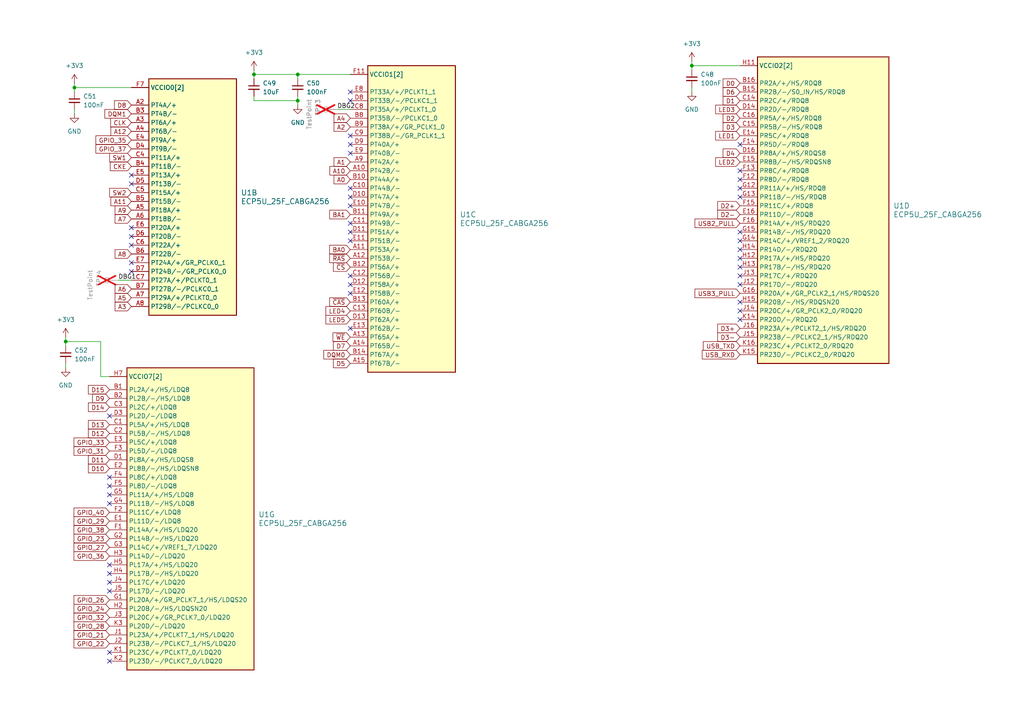
<source format=kicad_sch>
(kicad_sch (version 20250114) (generator "eeschema") (generator_version "9.0")
  (paper "A4")
  (title_block (title "Icepi zero") (date "2025-06-11") (rev "v1.1") (company "Chengyin Yao (cheyao)") (comment 1 "https://github.com/cheyao/icepi-zero") (comment 9 "OSHWA FR000026"))
  (lib_symbols
    (symbol "Connector:TestPoint" (pin_numbers (hide yes)) (pin_names (offset 0.762) (hide yes))
      (property "Reference" "TP" (at 0 6.858 0))
      (property "Value" "TestPoint" (at 0 5.08 0))
      (symbol "TestPoint_0_1"
        (circle (center 0 3.302) (radius 0.762))
      )
      (symbol "TestPoint_1_1"
        (pin passive line (at 0 0 90) (length 2.54) (name "1") (number "1"))
      )
    )
    (symbol "Device:C_Small" (pin_numbers (hide yes)) (pin_names (offset 0.254) (hide yes))
      (property "Reference" "C" (at 0.254 1.778 0))
      (property "Value" "C_Small" (at 0.254 -2.032 0))
      (symbol "C_Small_0_1"
        (polyline (pts (xy -1.524 0.508) (xy 1.524 0.508)) (stroke (width 0.3048)))
        (polyline (pts (xy -1.524 -0.508) (xy 1.524 -0.508)) (stroke (width 0.3302)))
      )
      (symbol "C_Small_1_1"
        (pin passive line (at 0 2.54 270) (length 2.032) (name "~") (number "1"))
        (pin passive line (at 0 -2.54 90) (length 2.032) (name "~") (number "2"))
      )
    )
    (symbol "josh:ECP5U_12_CABGA256"
      (property "Reference" "U" (at -15.24 45.72 0))
      (property "Value" "ECP5U_12_CABGA256" (at 7.62 43.18 0))
      (symbol "ECP5U_12_CABGA256_1_1"
        (rectangle (start -7.62 7.62) (end 6.35 -7.62) (stroke (width 0.001)) (fill (type background)))
        (pin power_in line (at -12.7 5.08 0) (length 5.08) (name "VCC[6]") (number "G6"))
        (pin power_in line (at -12.7 5.08 0) (length 5.08) (name "VCC[6]") (number "G7"))
        (pin power_in line (at -12.7 5.08 0) (length 5.08) (name "VCC[6]") (number "G9"))
        (pin power_in line (at -12.7 5.08 0) (length 5.08) (name "VCC[6]") (number "L10"))
        (pin power_in line (at -12.7 5.08 0) (length 5.08) (name "VCC[6]") (number "L8"))
        (pin power_in line (at -12.7 5.08 0) (length 5.08) (name "VCC[6]") (number "L9"))
        (pin power_in line (at -12.7 2.54 0) (length 5.08) (name "VCCAUX[2]") (number "G11"))
        (pin power_in line (at -12.7 2.54 0) (length 5.08) (name "VCCAUX[2]") (number "L7"))
        (pin power_in line (at -12.7 -5.08 0) (length 5.08) (name "GND[27]") (number "A1"))
        (pin power_in line (at -12.7 -5.08 0) (length 5.08) (name "GND[27]") (number "A16"))
        (pin power_in line (at -12.7 -5.08 0) (length 5.08) (name "GND[27]") (number "D15"))
        (pin power_in line (at -12.7 -5.08 0) (length 5.08) (name "GND[27]") (number "D2"))
        (pin power_in line (at -12.7 -5.08 0) (length 5.08) (name "GND[27]") (number "F8"))
        (pin power_in line (at -12.7 -5.08 0) (length 5.08) (name "GND[27]") (number "F9"))
        (pin power_in line (at -12.7 -5.08 0) (length 5.08) (name "GND[27]") (number "G10"))
        (pin power_in line (at -12.7 -5.08 0) (length 5.08) (name "GND[27]") (number "G8"))
        (pin power_in line (at -12.7 -5.08 0) (length 5.08) (name "GND[27]") (number "H1"))
        (pin power_in line (at -12.7 -5.08 0) (length 5.08) (name "GND[27]") (number "H10"))
        (pin power_in line (at -12.7 -5.08 0) (length 5.08) (name "GND[27]") (number "H16"))
        (pin power_in line (at -12.7 -5.08 0) (length 5.08) (name "GND[27]") (number "H8"))
        (pin power_in line (at -12.7 -5.08 0) (length 5.08) (name "GND[27]") (number "H9"))
        (pin power_in line (at -12.7 -5.08 0) (length 5.08) (name "GND[27]") (number "J10"))
        (pin power_in line (at -12.7 -5.08 0) (length 5.08) (name "GND[27]") (number "J8"))
        (pin power_in line (at -12.7 -5.08 0) (length 5.08) (name "GND[27]") (number "J9"))
        (pin power_in line (at -12.7 -5.08 0) (length 5.08) (name "GND[27]") (number "K10"))
        (pin power_in line (at -12.7 -5.08 0) (length 5.08) (name "GND[27]") (number "K6"))
        (pin power_in line (at -12.7 -5.08 0) (length 5.08) (name "GND[27]") (number "K7"))
        (pin power_in line (at -12.7 -5.08 0) (length 5.08) (name "GND[27]") (number "K8"))
        (pin power_in line (at -12.7 -5.08 0) (length 5.08) (name "GND[27]") (number "K9"))
        (pin power_in line (at -12.7 -5.08 0) (length 5.08) (name "GND[27]") (number "N15"))
        (pin power_in line (at -12.7 -5.08 0) (length 5.08) (name "GND[27]") (number "N2"))
        (pin power_in line (at -12.7 -5.08 0) (length 5.08) (name "GND[27]") (number "T1"))
        (pin power_in line (at -12.7 -5.08 0) (length 5.08) (name "GND[27]") (number "T12"))
        (pin power_in line (at -12.7 -5.08 0) (length 5.08) (name "GND[27]") (number "T16"))
        (pin power_in line (at -12.7 -5.08 0) (length 5.08) (name "GND[27]") (number "T5"))
      )
      (symbol "ECP5U_12_CABGA256_2_1"
        (rectangle (start -16.51 40.64) (end 8.89 -27.94) (stroke (width 0.305)) (fill (type background)))
        (pin power_in line (at -21.59 38.1 0) (length 5.08) (name "VCCIO0[2]") (number "F6"))
        (pin power_in line (at -21.59 38.1 0) (length 5.08) (name "VCCIO0[2]") (number "F7"))
        (pin bidirectional line (at -21.59 33.02 0) (length 5.08) (name "PT4A/+") (number "A2"))
        (pin bidirectional line (at -21.59 30.48 0) (length 5.08) (name "PT4B/-") (number "B3"))
        (pin bidirectional line (at -21.59 27.94 0) (length 5.08) (name "PT6A/+") (number "A3"))
        (pin bidirectional line (at -21.59 25.4 0) (length 5.08) (name "PT6B/-") (number "A4"))
        (pin bidirectional line (at -21.59 22.86 0) (length 5.08) (name "PT9A/+") (number "E4"))
        (pin bidirectional line (at -21.59 20.32 0) (length 5.08) (name "PT9B/-") (number "D4"))
        (pin bidirectional line (at -21.59 17.78 0) (length 5.08) (name "PT11A/+") (number "C4"))
        (pin bidirectional line (at -21.59 15.24 0) (length 5.08) (name "PT11B/-") (number "B4"))
        (pin bidirectional line (at -21.59 12.7 0) (length 5.08) (name "PT13A/+") (number "E5"))
        (pin bidirectional line (at -21.59 10.16 0) (length 5.08) (name "PT13B/-") (number "D5"))
        (pin bidirectional line (at -21.59 7.62 0) (length 5.08) (name "PT15A/+") (number "C5"))
        (pin bidirectional line (at -21.59 5.08 0) (length 5.08) (name "PT15B/-") (number "B5"))
        (pin bidirectional line (at -21.59 2.54 0) (length 5.08) (name "PT18A/+") (number "A5"))
        (pin bidirectional line (at -21.59 0 0) (length 5.08) (name "PT18B/-") (number "A6"))
        (pin bidirectional line (at -21.59 -2.54 0) (length 5.08) (name "PT20A/+") (number "E6"))
        (pin bidirectional line (at -21.59 -5.08 0) (length 5.08) (name "PT20B/-") (number "D6"))
        (pin bidirectional line (at -21.59 -7.62 0) (length 5.08) (name "PT22A/+") (number "C6"))
        (pin bidirectional line (at -21.59 -10.16 0) (length 5.08) (name "PT22B/-") (number "B6"))
        (pin bidirectional line (at -21.59 -12.7 0) (length 5.08) (name "PT24A/+/GR_PCLK0_1") (number "E7"))
        (pin bidirectional line (at -21.59 -15.24 0) (length 5.08) (name "PT24B/-/GR_PCLK0_0") (number "D7"))
        (pin bidirectional line (at -21.59 -17.78 0) (length 5.08) (name "PT27A/+/PCLKT0_1") (number "C7"))
        (pin bidirectional line (at -21.59 -20.32 0) (length 5.08) (name "PT27B/-/PCLKC0_1") (number "B7"))
        (pin bidirectional line (at -21.59 -22.86 0) (length 5.08) (name "PT29A/+/PCLKT0_0") (number "A7"))
        (pin bidirectional line (at -21.59 -25.4 0) (length 5.08) (name "PT29B/-/PCLKC0_0") (number "A8"))
      )
      (symbol "ECP5U_12_CABGA256_3_1"
        (rectangle (start -16.51 40.64) (end 8.89 -48.26) (stroke (width 0.305)) (fill (type background)))
        (pin power_in line (at -21.59 38.1 0) (length 5.08) (name "VCCIO1[2]") (number "F10"))
        (pin power_in line (at -21.59 38.1 0) (length 5.08) (name "VCCIO1[2]") (number "F11"))
        (pin bidirectional line (at -21.59 33.02 0) (length 5.08) (name "PT33A/+/PCLKT1_1") (number "E8"))
        (pin bidirectional line (at -21.59 30.48 0) (length 5.08) (name "PT33B/-/PCLKC1_1") (number "D8"))
        (pin bidirectional line (at -21.59 27.94 0) (length 5.08) (name "PT35A/+/PCLKT1_0") (number "C8"))
        (pin bidirectional line (at -21.59 25.4 0) (length 5.08) (name "PT35B/-/PCLKC1_0") (number "B8"))
        (pin bidirectional line (at -21.59 22.86 0) (length 5.08) (name "PT38A/+/GR_PCLK1_0") (number "B9"))
        (pin bidirectional line (at -21.59 20.32 0) (length 5.08) (name "PT38B/-/GR_PCLK1_1") (number "C9"))
        (pin bidirectional line (at -21.59 17.78 0) (length 5.08) (name "PT40A/+") (number "D9"))
        (pin bidirectional line (at -21.59 15.24 0) (length 5.08) (name "PT40B/-") (number "E9"))
        (pin bidirectional line (at -21.59 12.7 0) (length 5.08) (name "PT42A/+") (number "A9"))
        (pin bidirectional line (at -21.59 10.16 0) (length 5.08) (name "PT42B/-") (number "A10"))
        (pin bidirectional line (at -21.59 7.62 0) (length 5.08) (name "PT44A/+") (number "B10"))
        (pin bidirectional line (at -21.59 5.08 0) (length 5.08) (name "PT44B/-") (number "C10"))
        (pin bidirectional line (at -21.59 2.54 0) (length 5.08) (name "PT47A/+") (number "D10"))
        (pin bidirectional line (at -21.59 0 0) (length 5.08) (name "PT47B/-") (number "E10"))
        (pin bidirectional line (at -21.59 -2.54 0) (length 5.08) (name "PT49A/+") (number "B11"))
        (pin bidirectional line (at -21.59 -5.08 0) (length 5.08) (name "PT49B/-") (number "C11"))
        (pin bidirectional line (at -21.59 -7.62 0) (length 5.08) (name "PT51A/+") (number "D11"))
        (pin bidirectional line (at -21.59 -10.16 0) (length 5.08) (name "PT51B/-") (number "E11"))
        (pin bidirectional line (at -21.59 -12.7 0) (length 5.08) (name "PT53A/+") (number "A11"))
        (pin bidirectional line (at -21.59 -15.24 0) (length 5.08) (name "PT53B/-") (number "A12"))
        (pin bidirectional line (at -21.59 -17.78 0) (length 5.08) (name "PT56A/+") (number "B12"))
        (pin bidirectional line (at -21.59 -20.32 0) (length 5.08) (name "PT56B/-") (number "C12"))
        (pin bidirectional line (at -21.59 -22.86 0) (length 5.08) (name "PT58A/+") (number "D12"))
        (pin bidirectional line (at -21.59 -25.4 0) (length 5.08) (name "PT58B/-") (number "E12"))
        (pin bidirectional line (at -21.59 -27.94 0) (length 5.08) (name "PT60A/+") (number "B13"))
        (pin bidirectional line (at -21.59 -30.48 0) (length 5.08) (name "PT60B/-") (number "C13"))
        (pin bidirectional line (at -21.59 -33.02 0) (length 5.08) (name "PT62A/+") (number "D13"))
        (pin bidirectional line (at -21.59 -35.56 0) (length 5.08) (name "PT62B/-") (number "E13"))
        (pin bidirectional line (at -21.59 -38.1 0) (length 5.08) (name "PT65A/+") (number "A13"))
        (pin bidirectional line (at -21.59 -40.64 0) (length 5.08) (name "PT65B/-") (number "A14"))
        (pin bidirectional line (at -21.59 -43.18 0) (length 5.08) (name "PT67A/+") (number "B14"))
        (pin bidirectional line (at -21.59 -45.72 0) (length 5.08) (name "PT67B/-") (number "A15"))
      )
      (symbol "ECP5U_12_CABGA256_4_1"
        (rectangle (start -16.51 40.64) (end 21.59 -48.26) (stroke (width 0.305)) (fill (type background)))
        (pin power_in line (at -21.59 38.1 0) (length 5.08) (name "VCCIO2[2]") (number "H11"))
        (pin power_in line (at -21.59 38.1 0) (length 5.08) (name "VCCIO2[2]") (number "J11"))
        (pin bidirectional line (at -21.59 33.02 0) (length 5.08) (name "PR2A/+/HS/RDQ8") (number "B16"))
        (pin bidirectional line (at -21.59 30.48 0) (length 5.08) (name "PR2B/-/S0_IN/HS/RDQ8") (number "B15"))
        (pin bidirectional line (at -21.59 27.94 0) (length 5.08) (name "PR2C/+/RDQ8") (number "C14"))
        (pin bidirectional line (at -21.59 25.4 0) (length 5.08) (name "PR2D/-/RDQ8") (number "D14"))
        (pin bidirectional line (at -21.59 22.86 0) (length 5.08) (name "PR5A/+/HS/RDQ8") (number "C16"))
        (pin bidirectional line (at -21.59 20.32 0) (length 5.08) (name "PR5B/-/HS/RDQ8") (number "C15"))
        (pin bidirectional line (at -21.59 17.78 0) (length 5.08) (name "PR5C/+/RDQ8") (number "E14"))
        (pin bidirectional line (at -21.59 15.24 0) (length 5.08) (name "PR5D/-/RDQ8") (number "F14"))
        (pin bidirectional line (at -21.59 12.7 0) (length 5.08) (name "PR8A/+/HS/RDQS8") (number "D16"))
        (pin bidirectional line (at -21.59 10.16 0) (length 5.08) (name "PR8B/-/HS/RDQSN8") (number "E15"))
        (pin bidirectional line (at -21.59 7.62 0) (length 5.08) (name "PR8C/+/RDQ8") (number "F13"))
        (pin bidirectional line (at -21.59 5.08 0) (length 5.08) (name "PR8D/-/RDQ8") (number "F12"))
        (pin bidirectional line (at -21.59 2.54 0) (length 5.08) (name "PR11A/+/HS/RDQ8") (number "G12"))
        (pin bidirectional line (at -21.59 0 0) (length 5.08) (name "PR11B/-/HS/RDQ8") (number "G13"))
        (pin bidirectional line (at -21.59 -2.54 0) (length 5.08) (name "PR11C/+/RDQ8") (number "F15"))
        (pin bidirectional line (at -21.59 -5.08 0) (length 5.08) (name "PR11D/-/RDQ8") (number "E16"))
        (pin bidirectional line (at -21.59 -7.62 0) (length 5.08) (name "PR14A/+/HS/RDQ20") (number "F16"))
        (pin bidirectional line (at -21.59 -10.16 0) (length 5.08) (name "PR14B/-/HS/RDQ20") (number "G15"))
        (pin bidirectional line (at -21.59 -12.7 0) (length 5.08) (name "PR14C/+/VREF1_2/RDQ20") (number "G14"))
        (pin bidirectional line (at -21.59 -15.24 0) (length 5.08) (name "PR14D/-/RDQ20") (number "H14"))
        (pin bidirectional line (at -21.59 -17.78 0) (length 5.08) (name "PR17A/+/HS/RDQ20") (number "H12"))
        (pin bidirectional line (at -21.59 -20.32 0) (length 5.08) (name "PR17B/-/HS/RDQ20") (number "H13"))
        (pin bidirectional line (at -21.59 -22.86 0) (length 5.08) (name "PR17C/+/RDQ20") (number "J13"))
        (pin bidirectional line (at -21.59 -25.4 0) (length 5.08) (name "PR17D/-/RDQ20") (number "J12"))
        (pin bidirectional line (at -21.59 -27.94 0) (length 5.08) (name "PR20A/+/GR_PCLK2_1/HS/RDQS20") (number "G16"))
        (pin bidirectional line (at -21.59 -30.48 0) (length 5.08) (name "PR20B/-/HS/RDQSN20") (number "H15"))
        (pin bidirectional line (at -21.59 -33.02 0) (length 5.08) (name "PR20C/+/GR_PCLK2_0/RDQ20") (number "J14"))
        (pin bidirectional line (at -21.59 -35.56 0) (length 5.08) (name "PR20D/-/RDQ20") (number "K14"))
        (pin bidirectional line (at -21.59 -38.1 0) (length 5.08) (name "PR23A/+/PCLKT2_1/HS/RDQ20") (number "J16"))
        (pin bidirectional line (at -21.59 -40.64 0) (length 5.08) (name "PR23B/-/PCLKC2_1/HS/RDQ20") (number "J15"))
        (pin bidirectional line (at -21.59 -43.18 0) (length 5.08) (name "PR23C/+/PCLKT2_0/RDQ20") (number "K16"))
        (pin bidirectional line (at -21.59 -45.72 0) (length 5.08) (name "PR23D/-/PCLKC2_0/RDQ20") (number "K15"))
      )
      (symbol "ECP5U_12_CABGA256_5_1"
        (rectangle (start -16.51 40.64) (end 19.05 -48.26) (stroke (width 0.305)) (fill (type background)))
        (pin power_in line (at -21.59 38.1 0) (length 5.08) (name "VCCIO3[2]") (number "K11"))
        (pin power_in line (at -21.59 38.1 0) (length 5.08) (name "VCCIO3[2]") (number "L11"))
        (pin bidirectional line (at -21.59 33.02 0) (length 5.08) (name "PR26A/+/PCLKT3_1/HS/RDQ32") (number "L16"))
        (pin bidirectional line (at -21.59 30.48 0) (length 5.08) (name "PR26B/-/PCLKC3_1/HS/RDQ32") (number "L15"))
        (pin bidirectional line (at -21.59 27.94 0) (length 5.08) (name "PR26C/+/PCLKT3_0/RDQ32") (number "M16"))
        (pin bidirectional line (at -21.59 25.4 0) (length 5.08) (name "PR26D/-/PCLKC3_0/RDQ32") (number "M15"))
        (pin bidirectional line (at -21.59 22.86 0) (length 5.08) (name "PR29A/+/GR_PCLK3_0/HS/RDQ32") (number "K13"))
        (pin bidirectional line (at -21.59 20.32 0) (length 5.08) (name "PR29B/-/HS/RDQ32") (number "K12"))
        (pin bidirectional line (at -21.59 17.78 0) (length 5.08) (name "PR29C/+/GR_PCLK3_1/RDQ32") (number "L13"))
        (pin bidirectional line (at -21.59 15.24 0) (length 5.08) (name "PR29D/-/RDQ32") (number "L12"))
        (pin bidirectional line (at -21.59 12.7 0) (length 5.08) (name "PR32A/+/HS/RDQS32") (number "N16"))
        (pin bidirectional line (at -21.59 10.16 0) (length 5.08) (name "PR32B/-/HS/RDQSN32") (number "P15"))
        (pin bidirectional line (at -21.59 7.62 0) (length 5.08) (name "PR32C/+/RDQ32") (number "L14"))
        (pin bidirectional line (at -21.59 5.08 0) (length 5.08) (name "PR32D/-/RDQ32") (number "M14"))
        (pin bidirectional line (at -21.59 2.54 0) (length 5.08) (name "PR35A/+/HS/RDQ32") (number "P16"))
        (pin bidirectional line (at -21.59 0 0) (length 5.08) (name "PR35B/-/VREF1_3/HS/RDQ32") (number "R16"))
        (pin bidirectional line (at -21.59 -2.54 0) (length 5.08) (name "PR35C/+/RDQ32") (number "M13"))
        (pin bidirectional line (at -21.59 -5.08 0) (length 5.08) (name "PR35D/-/RDQ32") (number "N14"))
        (pin bidirectional line (at -21.59 -7.62 0) (length 5.08) (name "PR38A/+/HS/RDQ44") (number "N13"))
        (pin bidirectional line (at -21.59 -10.16 0) (length 5.08) (name "PR38B/-/HS/RDQ44") (number "P14"))
        (pin bidirectional line (at -21.59 -12.7 0) (length 5.08) (name "PR38C/+/RDQ44") (number "R15"))
        (pin bidirectional line (at -21.59 -15.24 0) (length 5.08) (name "PR38D/-/RDQ44") (number "T15"))
        (pin bidirectional line (at -21.59 -17.78 0) (length 5.08) (name "PR41A/+/HS/RDQ44") (number "P13"))
        (pin bidirectional line (at -21.59 -20.32 0) (length 5.08) (name "PR41B/-/HS/RDQ44") (number "R14"))
        (pin bidirectional line (at -21.59 -22.86 0) (length 5.08) (name "PR41C/+/RDQ44") (number "R13"))
        (pin bidirectional line (at -21.59 -25.4 0) (length 5.08) (name "PR41D/-/RDQ44") (number "T14"))
        (pin bidirectional line (at -21.59 -27.94 0) (length 5.08) (name "PR44A/+/HS/RDQS44") (number "R12"))
        (pin bidirectional line (at -21.59 -30.48 0) (length 5.08) (name "PR44B/-/HS/RDQSN44") (number "T13"))
        (pin bidirectional line (at -21.59 -33.02 0) (length 5.08) (name "PR44C/+/RDQ44") (number "M12"))
        (pin bidirectional line (at -21.59 -35.56 0) (length 5.08) (name "PR44D/-/RDQ44") (number "N12"))
        (pin bidirectional line (at -21.59 -38.1 0) (length 5.08) (name "PR47A/+/HS/RDQ44") (number "M11"))
        (pin bidirectional line (at -21.59 -40.64 0) (length 5.08) (name "PR47B/-/HS/RDQ44") (number "N11"))
        (pin bidirectional line (at -21.59 -43.18 0) (length 5.08) (name "PR47C/+/LRC_GPLL0T_IN/RDQ44") (number "P11"))
        (pin bidirectional line (at -21.59 -45.72 0) (length 5.08) (name "PR47D/-/LRC_GPLL0C_IN/RDQ44") (number "P12"))
      )
      (symbol "ECP5U_12_CABGA256_6_1"
        (rectangle (start -16.51 40.64) (end 19.05 -48.26) (stroke (width 0.305)) (fill (type background)))
        (pin power_in line (at -21.59 38.1 0) (length 5.08) (name "VCCIO6[2]") (number "J6"))
        (pin power_in line (at -21.59 38.1 0) (length 5.08) (name "VCCIO6[2]") (number "J7"))
        (pin bidirectional line (at -21.59 33.02 0) (length 5.08) (name "PL26A/+/PCLKT6_1/HS/LDQ32") (number "L1"))
        (pin bidirectional line (at -21.59 30.48 0) (length 5.08) (name "PL26B/-/PCLKC6_1/HS/LDQ32") (number "L2"))
        (pin bidirectional line (at -21.59 27.94 0) (length 5.08) (name "PL26C/+/PCLKT6_0/LDQ32") (number "M1"))
        (pin bidirectional line (at -21.59 25.4 0) (length 5.08) (name "PL26D/-/PCLKC6_0/LDQ32") (number "M2"))
        (pin bidirectional line (at -21.59 22.86 0) (length 5.08) (name "PL29A/+/GR_PCLK6_0/HS/LDQ32") (number "K4"))
        (pin bidirectional line (at -21.59 20.32 0) (length 5.08) (name "PL29B/-/HS/LDQ32") (number "K5"))
        (pin bidirectional line (at -21.59 17.78 0) (length 5.08) (name "PL29C/+/GR_PCLK6_1/LDQ32") (number "L4"))
        (pin bidirectional line (at -21.59 15.24 0) (length 5.08) (name "PL29D/-/LDQ32") (number "L5"))
        (pin bidirectional line (at -21.59 12.7 0) (length 5.08) (name "PL32A/+/HS/LDQS32") (number "N1"))
        (pin bidirectional line (at -21.59 10.16 0) (length 5.08) (name "PL32B/-/HS/LDQSN32") (number "P2"))
        (pin bidirectional line (at -21.59 7.62 0) (length 5.08) (name "PL32C/+/LDQ32") (number "L3"))
        (pin bidirectional line (at -21.59 5.08 0) (length 5.08) (name "PL32D/-/LDQ32") (number "M3"))
        (pin bidirectional line (at -21.59 2.54 0) (length 5.08) (name "PL35A/+/HS/LDQ32") (number "P1"))
        (pin bidirectional line (at -21.59 0 0) (length 5.08) (name "PL35B/-/VREF1_6/HS/LDQ32") (number "R1"))
        (pin bidirectional line (at -21.59 -2.54 0) (length 5.08) (name "PL35C/+/LDQ32") (number "M4"))
        (pin bidirectional line (at -21.59 -5.08 0) (length 5.08) (name "PL35D/-/LDQ32") (number "N3"))
        (pin bidirectional line (at -21.59 -7.62 0) (length 5.08) (name "PL38A/+/HS/LDQ44") (number "N4"))
        (pin bidirectional line (at -21.59 -10.16 0) (length 5.08) (name "PL38B/-/HS/LDQ44") (number "P3"))
        (pin bidirectional line (at -21.59 -12.7 0) (length 5.08) (name "PL38C/+/LDQ44") (number "R2"))
        (pin bidirectional line (at -21.59 -15.24 0) (length 5.08) (name "PL38D/-/LDQ44") (number "T2"))
        (pin bidirectional line (at -21.59 -17.78 0) (length 5.08) (name "PL41A/+/HS/LDQ44") (number "P4"))
        (pin bidirectional line (at -21.59 -20.32 0) (length 5.08) (name "PL41B/-/HS/LDQ44") (number "R3"))
        (pin bidirectional line (at -21.59 -22.86 0) (length 5.08) (name "PL41C/+/LDQ44") (number "R4"))
        (pin bidirectional line (at -21.59 -25.4 0) (length 5.08) (name "PL41D/-/LDQ44") (number "T3"))
        (pin bidirectional line (at -21.59 -27.94 0) (length 5.08) (name "PL44A/+/HS/LDQS44") (number "R5"))
        (pin bidirectional line (at -21.59 -30.48 0) (length 5.08) (name "PL44B/-/HS/LDQSN44") (number "T4"))
        (pin bidirectional line (at -21.59 -33.02 0) (length 5.08) (name "PL44C/+/LDQ44") (number "M5"))
        (pin bidirectional line (at -21.59 -35.56 0) (length 5.08) (name "PL44D/-/LDQ44") (number "N5"))
        (pin bidirectional line (at -21.59 -38.1 0) (length 5.08) (name "PL47A/+/HS/LDQ44") (number "M6"))
        (pin bidirectional line (at -21.59 -40.64 0) (length 5.08) (name "PL47B/-/HS/LDQ44") (number "N6"))
        (pin bidirectional line (at -21.59 -43.18 0) (length 5.08) (name "PL47C/+/LLC_GPLL0T_IN/LDQ44") (number "P6"))
        (pin bidirectional line (at -21.59 -45.72 0) (length 5.08) (name "PL47D/-/LLC_GPLL0C_IN/LDQ44") (number "P5"))
      )
      (symbol "ECP5U_12_CABGA256_7_1"
        (rectangle (start -16.51 40.64) (end 20.32 -46.99) (stroke (width 0.305)) (fill (type background)))
        (pin power_in line (at -21.59 38.1 0) (length 5.08) (name "VCCIO7[2]") (number "H6"))
        (pin power_in line (at -21.59 38.1 0) (length 5.08) (name "VCCIO7[2]") (number "H7"))
        (pin bidirectional line (at -21.59 34.29 0) (length 5.08) (name "PL2A/+/HS/LDQ8") (number "B1"))
        (pin bidirectional line (at -21.59 31.75 0) (length 5.08) (name "PL2B/-/HS/LDQ8") (number "B2"))
        (pin bidirectional line (at -21.59 29.21 0) (length 5.08) (name "PL2C/+/LDQ8") (number "C3"))
        (pin bidirectional line (at -21.59 26.67 0) (length 5.08) (name "PL2D/-/LDQ8") (number "D3"))
        (pin bidirectional line (at -21.59 24.13 0) (length 5.08) (name "PL5A/+/HS/LDQ8") (number "C1"))
        (pin bidirectional line (at -21.59 21.59 0) (length 5.08) (name "PL5B/-/HS/LDQ8") (number "C2"))
        (pin bidirectional line (at -21.59 19.05 0) (length 5.08) (name "PL5C/+/LDQ8") (number "E3"))
        (pin bidirectional line (at -21.59 16.51 0) (length 5.08) (name "PL5D/-/LDQ8") (number "F3"))
        (pin bidirectional line (at -21.59 13.97 0) (length 5.08) (name "PL8A/+/HS/LDQS8") (number "D1"))
        (pin bidirectional line (at -21.59 11.43 0) (length 5.08) (name "PL8B/-/HS/LDQSN8") (number "E2"))
        (pin bidirectional line (at -21.59 8.89 0) (length 5.08) (name "PL8C/+/LDQ8") (number "F4"))
        (pin bidirectional line (at -21.59 6.35 0) (length 5.08) (name "PL8D/-/LDQ8") (number "F5"))
        (pin bidirectional line (at -21.59 3.81 0) (length 5.08) (name "PL11A/+/HS/LDQ8") (number "G5"))
        (pin bidirectional line (at -21.59 1.27 0) (length 5.08) (name "PL11B/-/HS/LDQ8") (number "G4"))
        (pin bidirectional line (at -21.59 -1.27 0) (length 5.08) (name "PL11C/+/LDQ8") (number "F2"))
        (pin bidirectional line (at -21.59 -3.81 0) (length 5.08) (name "PL11D/-/LDQ8") (number "E1"))
        (pin bidirectional line (at -21.59 -6.35 0) (length 5.08) (name "PL14A/+/HS/LDQ20") (number "F1"))
        (pin bidirectional line (at -21.59 -8.89 0) (length 5.08) (name "PL14B/-/HS/LDQ20") (number "G2"))
        (pin bidirectional line (at -21.59 -11.43 0) (length 5.08) (name "PL14C/+/VREF1_7/LDQ20") (number "G3"))
        (pin bidirectional line (at -21.59 -13.97 0) (length 5.08) (name "PL14D/-/LDQ20") (number "H3"))
        (pin bidirectional line (at -21.59 -16.51 0) (length 5.08) (name "PL17A/+/HS/LDQ20") (number "H5"))
        (pin bidirectional line (at -21.59 -19.05 0) (length 5.08) (name "PL17B/-/HS/LDQ20") (number "H4"))
        (pin bidirectional line (at -21.59 -21.59 0) (length 5.08) (name "PL17C/+/LDQ20") (number "J4"))
        (pin bidirectional line (at -21.59 -24.13 0) (length 5.08) (name "PL17D/-/LDQ20") (number "J5"))
        (pin bidirectional line (at -21.59 -26.67 0) (length 5.08) (name "PL20A/+/GR_PCLK7_1/HS/LDQS20") (number "G1"))
        (pin bidirectional line (at -21.59 -29.21 0) (length 5.08) (name "PL20B/-/HS/LDQSN20") (number "H2"))
        (pin bidirectional line (at -21.59 -31.75 0) (length 5.08) (name "PL20C/+/GR_PCLK7_0/LDQ20") (number "J3"))
        (pin bidirectional line (at -21.59 -34.29 0) (length 5.08) (name "PL20D/-/LDQ20") (number "K3"))
        (pin bidirectional line (at -21.59 -36.83 0) (length 5.08) (name "PL23A/+/PCLKT7_1/HS/LDQ20") (number "J1"))
        (pin bidirectional line (at -21.59 -39.37 0) (length 5.08) (name "PL23B/-/PCLKC7_1/HS/LDQ20") (number "J2"))
        (pin bidirectional line (at -21.59 -41.91 0) (length 5.08) (name "PL23C/+/PCLKT7_0/LDQ20") (number "K1"))
        (pin bidirectional line (at -21.59 -44.45 0) (length 5.08) (name "PL23D/-/PCLKC7_0/LDQ20") (number "K2"))
      )
      (symbol "ECP5U_12_CABGA256_8_1"
        (rectangle (start -16.51 40.64) (end 25.4 -17.78) (stroke (width 0.305)) (fill (type background)))
        (pin power_in line (at -21.59 38.1 0) (length 5.08) (name "VCCIO8") (number "L6"))
        (pin bidirectional line (at -21.59 33.02 0) (length 5.08) (name "CCLK/MCLK/SCK") (number "N9"))
        (pin bidirectional line (at -21.59 30.48 0) (length 5.08) (name "CFG_0") (number "N10"))
        (pin bidirectional line (at -21.59 27.94 0) (length 5.08) (name "CFG_1") (number "P10"))
        (pin bidirectional line (at -21.59 25.4 0) (length 5.08) (name "CFG_2") (number "R10"))
        (pin bidirectional line (at -21.59 22.86 0) (length 5.08) (name "DONE") (number "P9"))
        (pin bidirectional line (at -21.59 20.32 0) (length 5.08) (name "INITN") (number "T9"))
        (pin bidirectional line (at -21.59 17.78 0) (length 5.08) (name "PB4A/+/D7/IO7") (number "T6"))
        (pin bidirectional line (at -21.59 15.24 0) (length 5.08) (name "PB4B/-/D6/IO6") (number "R6"))
        (pin bidirectional line (at -21.59 12.7 0) (length 5.08) (name "PB6A/+/D5/MISO2/IO5") (number "R7"))
        (pin bidirectional line (at -21.59 10.16 0) (length 5.08) (name "PB6B/-/D4/MOSI2/IO4") (number "P7"))
        (pin bidirectional line (at -21.59 7.62 0) (length 5.08) (name "PB9A/+/D3/IO3") (number "N7"))
        (pin bidirectional line (at -21.59 5.08 0) (length 5.08) (name "PB9B/-/D2/IO2") (number "M7"))
        (pin bidirectional line (at -21.59 2.54 0) (length 5.08) (name "PB11A/+/D1/MISO/IO1") (number "T7"))
        (pin bidirectional line (at -21.59 0 0) (length 5.08) (name "PB11B/-/D0/MOSI/IO0") (number "T8"))
        (pin bidirectional line (at -21.59 -2.54 0) (length 5.08) (name "PB13A/+/SN/CSN") (number "R8"))
        (pin bidirectional line (at -21.59 -5.08 0) (length 5.08) (name "PB13B/-/CS1N") (number "P8"))
        (pin bidirectional line (at -21.59 -7.62 0) (length 5.08) (name "PB15A/+/HOLDN/DI/BUSY/CSSPIN/CEN") (number "N8"))
        (pin bidirectional line (at -21.59 -10.16 0) (length 5.08) (name "PB15B/-/DOUT/CSON") (number "M8"))
        (pin bidirectional line (at -21.59 -12.7 0) (length 5.08) (name "PB18A/WRITEN") (number "M9"))
        (pin bidirectional line (at -21.59 -15.24 0) (length 5.08) (name "PROGRAMN") (number "R9"))
      )
      (symbol "ECP5U_12_CABGA256_9_1"
        (rectangle (start -2.54 6.35) (end 5.08 -6.35) (stroke (width 0.305)) (fill (type background)))
        (pin bidirectional line (at -7.62 3.81 0) (length 5.08) (name "TCK") (number "T10"))
        (pin bidirectional line (at -7.62 1.27 0) (length 5.08) (name "TDI") (number "R11"))
        (pin bidirectional line (at -7.62 -1.27 0) (length 5.08) (name "TDO") (number "M10"))
        (pin bidirectional line (at -7.62 -3.81 0) (length 5.08) (name "TMS") (number "T11"))
      )
    )
    (symbol "power:+3V3" (power) (pin_numbers (hide yes)) (pin_names (offset 0) (hide yes))
      (property "Value" "+3V3" (at 0 3.556 0))
      (symbol "+3V3_0_1"
        (polyline (pts (xy -0.762 1.27) (xy 0 2.54)))
        (polyline (pts (xy 0 2.54) (xy 0.762 1.27)))
        (polyline (pts (xy 0 0) (xy 0 2.54)))
      )
      (symbol "+3V3_1_1"
        (pin power_in line (at 0 0 90) (length 0) (name "~") (number "1"))
      )
    )
    (symbol "power:GND" (power) (pin_numbers (hide yes)) (pin_names (offset 0) (hide yes))
      (property "Value" "GND" (at 0 -3.81 0))
      (symbol "GND_0_1"
        (polyline (pts (xy 0 0) (xy 0 -1.27) (xy 1.27 -1.27) (xy 0 -2.54) (xy -1.27 -1.27) (xy 0 -1.27)))
      )
      (symbol "GND_1_1"
        (pin power_in line (at 0 0 270) (length 0) (name "~") (number "1"))
      )
    )
  )
  (junction (at 21.59 25.4))
  (junction (at 86.36 21.59))
  (junction (at 200.66 19.05))
  (junction (at 19.05 99.06))
  (junction (at 73.66 21.59))
  (junction (at 86.36 29.21))
  (no_connect (at 31.75 189.23))
  (no_connect (at 214.63 52.07))
  (no_connect (at 101.6 57.15))
  (no_connect (at 31.75 146.05))
  (no_connect (at 214.63 49.53))
  (no_connect (at 101.6 69.85))
  (no_connect (at 214.63 41.91))
  (no_connect (at 31.75 138.43))
  (no_connect (at 101.6 82.55))
  (no_connect (at 101.6 67.31))
  (no_connect (at 38.1 66.04))
  (no_connect (at 214.63 82.55))
  (no_connect (at 214.63 54.61))
  (no_connect (at 31.75 171.45))
  (no_connect (at 101.6 80.01))
  (no_connect (at 214.63 67.31))
  (no_connect (at 31.75 163.83))
  (no_connect (at 214.63 77.47))
  (no_connect (at 38.1 50.8))
  (no_connect (at 101.6 59.69))
  (no_connect (at 101.6 95.25))
  (no_connect (at 31.75 140.97))
  (no_connect (at 101.6 29.21))
  (no_connect (at 101.6 26.67))
  (no_connect (at 31.75 191.77))
  (no_connect (at 214.63 80.01))
  (no_connect (at 101.6 44.45))
  (no_connect (at 214.63 57.15))
  (no_connect (at 101.6 85.09))
  (no_connect (at 31.75 166.37))
  (no_connect (at 101.6 54.61))
  (no_connect (at 38.1 53.34))
  (no_connect (at 101.6 64.77))
  (no_connect (at 214.63 74.93))
  (no_connect (at 38.1 68.58))
  (no_connect (at 31.75 120.65))
  (no_connect (at 38.1 71.12))
  (no_connect (at 214.63 87.63))
  (no_connect (at 101.6 39.37))
  (no_connect (at 38.1 76.2))
  (no_connect (at 38.1 78.74))
  (no_connect (at 101.6 41.91))
  (no_connect (at 214.63 92.71))
  (no_connect (at 31.75 168.91))
  (no_connect (at 214.63 69.85))
  (no_connect (at 214.63 72.39))
  (no_connect (at 31.75 143.51))
  (no_connect (at 214.63 90.17))
  (wire (pts (xy 86.36 30.48) (xy 86.36 29.21)))
  (wire (pts (xy 19.05 97.79) (xy 19.05 99.06)))
  (wire (pts (xy 200.66 25.4) (xy 200.66 26.67)))
  (wire (pts (xy 73.66 21.59) (xy 86.36 21.59)))
  (wire (pts (xy 200.66 19.05) (xy 200.66 20.32)))
  (wire (pts (xy 73.66 21.59) (xy 73.66 22.86)))
  (wire (pts (xy 29.21 109.22) (xy 31.75 109.22)))
  (wire (pts (xy 19.05 106.68) (xy 19.05 105.41)))
  (wire (pts (xy 73.66 29.21) (xy 86.36 29.21)))
  (wire (pts (xy 21.59 25.4) (xy 38.1 25.4)))
  (wire (pts (xy 19.05 99.06) (xy 29.21 99.06)))
  (wire (pts (xy 29.21 99.06) (xy 29.21 109.22)))
  (wire (pts (xy 86.36 21.59) (xy 101.6 21.59)))
  (wire (pts (xy 73.66 20.32) (xy 73.66 21.59)))
  (wire (pts (xy 200.66 17.78) (xy 200.66 19.05)))
  (wire (pts (xy 73.66 29.21) (xy 73.66 27.94)))
  (wire (pts (xy 86.36 21.59) (xy 86.36 22.86)))
  (wire (pts (xy 21.59 25.4) (xy 21.59 26.67)))
  (wire (pts (xy 200.66 19.05) (xy 214.63 19.05)))
  (wire (pts (xy 21.59 24.13) (xy 21.59 25.4)))
  (wire (pts (xy 97.79 31.75) (xy 101.6 31.75)))
  (wire (pts (xy 21.59 31.75) (xy 21.59 33.02)))
  (wire (pts (xy 86.36 27.94) (xy 86.36 29.21)))
  (wire (pts (xy 34.29 81.28) (xy 38.1 81.28)))
  (wire (pts (xy 19.05 99.06) (xy 19.05 100.33)))
  (label "DBG1" (at 34.29 81.28 0))
  (label "DBG2" (at 97.79 31.75 0))
  (global_label "GPIO_22" (shape input) (at 31.75 186.69 180) (property "Intersheetrefs" "${INTERSHEET_REFS}" (effects (hide yes))))
  (global_label "GPIO_28" (shape input) (at 31.75 181.61 180) (property "Intersheetrefs" "${INTERSHEET_REFS}" (effects (hide yes))))
  (global_label "A3" (shape input) (at 38.1 88.9 180) (property "Intersheetrefs" "${INTERSHEET_REFS}" (effects (hide yes))))
  (global_label "A2" (shape input) (at 101.6 36.83 180) (property "Intersheetrefs" "${INTERSHEET_REFS}" (effects (hide yes))))
  (global_label "D12" (shape input) (at 31.75 125.73 180) (property "Intersheetrefs" "${INTERSHEET_REFS}" (effects (hide yes))))
  (global_label "D5" (shape input) (at 101.6 105.41 180) (property "Intersheetrefs" "${INTERSHEET_REFS}" (effects (hide yes))))
  (global_label "A11" (shape input) (at 38.1 58.42 180) (property "Intersheetrefs" "${INTERSHEET_REFS}" (effects (hide yes))))
  (global_label "GPIO_31" (shape input) (at 31.75 130.81 180) (property "Intersheetrefs" "${INTERSHEET_REFS}" (effects (hide yes))))
  (global_label "GPIO_36" (shape input) (at 31.75 161.29 180) (property "Intersheetrefs" "${INTERSHEET_REFS}" (effects (hide yes))))
  (global_label "GPIO_37" (shape input) (at 38.1 43.18 180) (property "Intersheetrefs" "${INTERSHEET_REFS}" (effects (hide yes))))
  (global_label "GPIO_23" (shape input) (at 31.75 156.21 180) (property "Intersheetrefs" "${INTERSHEET_REFS}" (effects (hide yes))))
  (global_label "GPIO_33" (shape input) (at 31.75 128.27 180) (property "Intersheetrefs" "${INTERSHEET_REFS}" (effects (hide yes))))
  (global_label "USB_TXD" (shape input) (at 214.63 100.33 180) (property "Intersheetrefs" "${INTERSHEET_REFS}" (effects (hide yes))))
  (global_label "D6" (shape input) (at 214.63 26.67 180) (property "Intersheetrefs" "${INTERSHEET_REFS}" (effects (hide yes))))
  (global_label "A6" (shape input) (at 38.1 83.82 180) (property "Intersheetrefs" "${INTERSHEET_REFS}" (effects (hide yes))))
  (global_label "D3+" (shape input) (at 214.63 95.25 180) (property "Intersheetrefs" "${INTERSHEET_REFS}" (effects (hide yes))))
  (global_label "D13" (shape input) (at 31.75 123.19 180) (property "Intersheetrefs" "${INTERSHEET_REFS}" (effects (hide yes))))
  (global_label "A12" (shape input) (at 38.1 38.1 180) (property "Intersheetrefs" "${INTERSHEET_REFS}" (effects (hide yes))))
  (global_label "D8" (shape input) (at 38.1 30.48 180) (property "Intersheetrefs" "${INTERSHEET_REFS}" (effects (hide yes))))
  (global_label "D10" (shape input) (at 31.75 135.89 180) (property "Intersheetrefs" "${INTERSHEET_REFS}" (effects (hide yes))))
  (global_label "A9" (shape input) (at 38.1 60.96 180) (property "Intersheetrefs" "${INTERSHEET_REFS}" (effects (hide yes))))
  (global_label "GPIO_29" (shape input) (at 31.75 151.13 180) (property "Intersheetrefs" "${INTERSHEET_REFS}" (effects (hide yes))))
  (global_label "A8" (shape input) (at 38.1 73.66 180) (property "Intersheetrefs" "${INTERSHEET_REFS}" (effects (hide yes))))
  (global_label "A10" (shape input) (at 101.6 49.53 180) (property "Intersheetrefs" "${INTERSHEET_REFS}" (effects (hide yes))))
  (global_label "DQM0" (shape input) (at 101.6 102.87 180) (property "Intersheetrefs" "${INTERSHEET_REFS}" (effects (hide yes))))
  (global_label "GPIO_35" (shape input) (at 38.1 40.64 180) (property "Intersheetrefs" "${INTERSHEET_REFS}" (effects (hide yes))))
  (global_label "GPIO_24" (shape input) (at 31.75 176.53 180) (property "Intersheetrefs" "${INTERSHEET_REFS}" (effects (hide yes))))
  (global_label "D3" (shape input) (at 214.63 36.83 180) (property "Intersheetrefs" "${INTERSHEET_REFS}" (effects (hide yes))))
  (global_label "D14" (shape input) (at 31.75 118.11 180) (property "Intersheetrefs" "${INTERSHEET_REFS}" (effects (hide yes))))
  (global_label "LED3" (shape input) (at 214.63 31.75 180) (property "Intersheetrefs" "${INTERSHEET_REFS}" (effects (hide yes))))
  (global_label "~{WE}" (shape input) (at 101.6 97.79 180) (property "Intersheetrefs" "${INTERSHEET_REFS}" (effects (hide yes))))
  (global_label "D3-" (shape input) (at 214.63 97.79 180) (property "Intersheetrefs" "${INTERSHEET_REFS}" (effects (hide yes))))
  (global_label "D15" (shape input) (at 31.75 113.03 180) (property "Intersheetrefs" "${INTERSHEET_REFS}" (effects (hide yes))))
  (global_label "A1" (shape input) (at 101.6 46.99 180) (property "Intersheetrefs" "${INTERSHEET_REFS}" (effects (hide yes))))
  (global_label "LED2" (shape input) (at 214.63 46.99 180) (property "Intersheetrefs" "${INTERSHEET_REFS}" (effects (hide yes))))
  (global_label "USB2_PULL" (shape input) (at 214.63 64.77 180) (property "Intersheetrefs" "${INTERSHEET_REFS}" (effects (hide yes))))
  (global_label "GPIO_38" (shape input) (at 31.75 153.67 180) (property "Intersheetrefs" "${INTERSHEET_REFS}" (effects (hide yes))))
  (global_label "A0" (shape input) (at 101.6 52.07 180) (property "Intersheetrefs" "${INTERSHEET_REFS}" (effects (hide yes))))
  (global_label "~{CS}" (shape input) (at 101.6 77.47 180) (property "Intersheetrefs" "${INTERSHEET_REFS}" (effects (hide yes))))
  (global_label "LED5" (shape input) (at 101.6 92.71 180) (property "Intersheetrefs" "${INTERSHEET_REFS}" (effects (hide yes))))
  (global_label "D9" (shape input) (at 31.75 115.57 180) (property "Intersheetrefs" "${INTERSHEET_REFS}" (effects (hide yes))))
  (global_label "D2-" (shape input) (at 214.63 62.23 180) (property "Intersheetrefs" "${INTERSHEET_REFS}" (effects (hide yes))))
  (global_label "SW1" (shape input) (at 38.1 45.72 180) (property "Intersheetrefs" "${INTERSHEET_REFS}" (effects (hide yes))))
  (global_label "CKE" (shape input) (at 38.1 48.26 180) (property "Intersheetrefs" "${INTERSHEET_REFS}" (effects (hide yes))))
  (global_label "LED1" (shape input) (at 214.63 39.37 180) (property "Intersheetrefs" "${INTERSHEET_REFS}" (effects (hide yes))))
  (global_label "USB3_PULL" (shape input) (at 214.63 85.09 180) (property "Intersheetrefs" "${INTERSHEET_REFS}" (effects (hide yes))))
  (global_label "GPIO_26" (shape input) (at 31.75 173.99 180) (property "Intersheetrefs" "${INTERSHEET_REFS}" (effects (hide yes))))
  (global_label "USB_RXD" (shape input) (at 214.63 102.87 180) (property "Intersheetrefs" "${INTERSHEET_REFS}" (effects (hide yes))))
  (global_label "D7" (shape input) (at 101.6 100.33 180) (property "Intersheetrefs" "${INTERSHEET_REFS}" (effects (hide yes))))
  (global_label "BA0" (shape input) (at 101.6 72.39 180) (property "Intersheetrefs" "${INTERSHEET_REFS}" (effects (hide yes))))
  (global_label "~{RAS}" (shape input) (at 101.6 74.93 180) (property "Intersheetrefs" "${INTERSHEET_REFS}" (effects (hide yes))))
  (global_label "D1" (shape input) (at 214.63 29.21 180) (property "Intersheetrefs" "${INTERSHEET_REFS}" (effects (hide yes))))
  (global_label "D2+" (shape input) (at 214.63 59.69 180) (property "Intersheetrefs" "${INTERSHEET_REFS}" (effects (hide yes))))
  (global_label "A7" (shape input) (at 38.1 63.5 180) (property "Intersheetrefs" "${INTERSHEET_REFS}" (effects (hide yes))))
  (global_label "D2" (shape input) (at 214.63 34.29 180) (property "Intersheetrefs" "${INTERSHEET_REFS}" (effects (hide yes))))
  (global_label "BA1" (shape input) (at 101.6 62.23 180) (property "Intersheetrefs" "${INTERSHEET_REFS}" (effects (hide yes))))
  (global_label "~{CAS}" (shape input) (at 101.6 87.63 180) (property "Intersheetrefs" "${INTERSHEET_REFS}" (effects (hide yes))))
  (global_label "A5" (shape input) (at 38.1 86.36 180) (property "Intersheetrefs" "${INTERSHEET_REFS}" (effects (hide yes))))
  (global_label "D4" (shape input) (at 214.63 44.45 180) (property "Intersheetrefs" "${INTERSHEET_REFS}" (effects (hide yes))))
  (global_label "GPIO_32" (shape input) (at 31.75 179.07 180) (property "Intersheetrefs" "${INTERSHEET_REFS}" (effects (hide yes))))
  (global_label "D11" (shape input) (at 31.75 133.35 180) (property "Intersheetrefs" "${INTERSHEET_REFS}" (effects (hide yes))))
  (global_label "GPIO_21" (shape input) (at 31.75 184.15 180) (property "Intersheetrefs" "${INTERSHEET_REFS}" (effects (hide yes))))
  (global_label "GPIO_27" (shape input) (at 31.75 158.75 180) (property "Intersheetrefs" "${INTERSHEET_REFS}" (effects (hide yes))))
  (global_label "DQM1" (shape input) (at 38.1 33.02 180) (property "Intersheetrefs" "${INTERSHEET_REFS}" (effects (hide yes))))
  (global_label "CLK" (shape input) (at 38.1 35.56 180) (property "Intersheetrefs" "${INTERSHEET_REFS}" (effects (hide yes))))
  (global_label "SW2" (shape input) (at 38.1 55.88 180) (property "Intersheetrefs" "${INTERSHEET_REFS}" (effects (hide yes))))
  (global_label "LED4" (shape input) (at 101.6 90.17 180) (property "Intersheetrefs" "${INTERSHEET_REFS}" (effects (hide yes))))
  (global_label "GPIO_40" (shape input) (at 31.75 148.59 180) (property "Intersheetrefs" "${INTERSHEET_REFS}" (effects (hide yes))))
  (global_label "A4" (shape input) (at 101.6 34.29 180) (property "Intersheetrefs" "${INTERSHEET_REFS}" (effects (hide yes))))
  (global_label "D0" (shape input) (at 214.63 24.13 180) (property "Intersheetrefs" "${INTERSHEET_REFS}" (effects (hide yes))))
  (symbol (lib_id "josh:ECP5U_12_CABGA256") (at 59.69 63.5 0) (unit 2)
    (property "Reference" "U1" (at 69.85 55.8799 0) (effects (font (size 1.524 1.524)) (justify left)))
    (property "Value" "ECP5U_25F_CABGA256" (at 69.85 58.4199 0) (effects (font (size 1.524 1.524)) (justify left)))
    (property "Footprint" "Package_BGA:BGA-256_14.0x14.0mm_Layout16x16_P0.8mm_Ball0.45mm_Pad0.32mm_NSMD" (effects (hide yes)))
    (property "Datasheet" "https://www.lcsc.com/datasheet/lcsc_datasheet_2411220131_Lattice-LFE5U-25F-6BG256C_C1521614.pdf" (effects (hide yes)))
    (property "LCSC Part #" "C1521614" (effects (hide yes)))
  )
  (symbol (lib_id "Connector:TestPoint") (at 34.29 81.28 90) (unit 1) (dnp yes)
    (property "Reference" "TP14" (at 28.702 78.232 0) (effects (justify right)))
    (property "Value" "TestPoint" (at 26.162 78.232 0) (effects (justify right)))
    (property "Footprint" "TestPoint:TestPoint_Pad_D1.0mm" (effects (hide yes)))
    (property "Description" "test point" (effects (hide yes)))
  )
  (symbol (lib_id "josh:ECP5U_12_CABGA256") (at 236.22 57.15 0) (unit 4)
    (property "Reference" "U1" (at 259.08 59.6899 0) (effects (font (size 1.524 1.524)) (justify left)))
    (property "Value" "ECP5U_25F_CABGA256" (at 259.08 62.2299 0) (effects (font (size 1.524 1.524)) (justify left)))
    (property "Footprint" "Package_BGA:BGA-256_14.0x14.0mm_Layout16x16_P0.8mm_Ball0.45mm_Pad0.32mm_NSMD" (effects (hide yes)))
    (property "Datasheet" "https://www.lcsc.com/datasheet/lcsc_datasheet_2411220131_Lattice-LFE5U-25F-6BG256C_C1521614.pdf" (effects (hide yes)))
    (property "LCSC Part #" "C1521614" (effects (hide yes)))
  )
  (symbol (lib_id "josh:ECP5U_12_CABGA256") (at 123.19 59.69 0) (unit 3)
    (property "Reference" "U1" (at 133.35 62.2299 0) (effects (font (size 1.524 1.524)) (justify left)))
    (property "Value" "ECP5U_25F_CABGA256" (at 133.35 64.7699 0) (effects (font (size 1.524 1.524)) (justify left)))
    (property "Footprint" "Package_BGA:BGA-256_14.0x14.0mm_Layout16x16_P0.8mm_Ball0.45mm_Pad0.32mm_NSMD" (effects (hide yes)))
    (property "Datasheet" "https://www.lcsc.com/datasheet/lcsc_datasheet_2411220131_Lattice-LFE5U-25F-6BG256C_C1521614.pdf" (effects (hide yes)))
    (property "LCSC Part #" "C1521614" (effects (hide yes)))
  )
  (symbol (lib_id "Device:C_Small") (at 86.36 25.4 0) (unit 1)
    (property "Reference" "C50" (at 88.9 24.1362 0) (effects (justify left)))
    (property "Value" "100nF" (at 88.9 26.6762 0) (effects (justify left)))
    (property "Footprint" "Capacitor_SMD:C_0402_1005Metric" (effects (hide yes)))
    (property "Description" "Unpolarized capacitor, small symbol" (effects (hide yes)))
    (property "LCSC Part #" "C307331 " (effects (hide yes)))
  )
  (symbol (lib_id "Connector:TestPoint") (at 97.79 31.75 90) (unit 1) (dnp yes)
    (property "Reference" "TP13" (at 92.202 28.702 0) (effects (justify right)))
    (property "Value" "TestPoint" (at 89.662 28.702 0) (effects (justify right)))
    (property "Footprint" "TestPoint:TestPoint_Pad_D1.0mm" (effects (hide yes)))
    (property "Description" "test point" (effects (hide yes)))
  )
  (symbol (lib_id "power:+3V3") (at 19.05 97.79 0) (unit 1)
    (property "Reference" "#PWR099" (effects (hide yes)))
    (property "Value" "+3V3" (at 19.05 92.71 0))
    (property "Description" "Power symbol creates a global label with name \"+3V3\"" (effects (hide yes)))
  )
  (symbol (lib_id "power:GND") (at 200.66 26.67 0) (unit 1)
    (property "Reference" "#PWR096" (effects (hide yes)))
    (property "Value" "GND" (at 200.66 31.75 0))
    (property "Description" "Power symbol creates a global label with name \"GND\" , ground" (effects (hide yes)))
  )
  (symbol (lib_id "josh:ECP5U_12_CABGA256") (at 53.34 147.32 0) (unit 7)
    (property "Reference" "U1" (at 74.93 149.2249 0) (effects (font (size 1.524 1.524)) (justify left)))
    (property "Value" "ECP5U_25F_CABGA256" (at 74.93 151.7649 0) (effects (font (size 1.524 1.524)) (justify left)))
    (property "Footprint" "Package_BGA:BGA-256_14.0x14.0mm_Layout16x16_P0.8mm_Ball0.45mm_Pad0.32mm_NSMD" (effects (hide yes)))
    (property "Datasheet" "https://www.lcsc.com/datasheet/lcsc_datasheet_2411220131_Lattice-LFE5U-25F-6BG256C_C1521614.pdf" (effects (hide yes)))
    (property "LCSC Part #" "C1521614" (effects (hide yes)))
  )
  (symbol (lib_id "power:+3V3") (at 21.59 24.13 0) (unit 1)
    (property "Reference" "#PWR095" (effects (hide yes)))
    (property "Value" "+3V3" (at 21.59 19.05 0))
    (property "Description" "Power symbol creates a global label with name \"+3V3\"" (effects (hide yes)))
  )
  (symbol (lib_id "Device:C_Small") (at 200.66 22.86 0) (unit 1)
    (property "Reference" "C48" (at 203.2 21.5962 0) (effects (justify left)))
    (property "Value" "100nF" (at 203.2 24.1362 0) (effects (justify left)))
    (property "Footprint" "Capacitor_SMD:C_0402_1005Metric" (effects (hide yes)))
    (property "Description" "Unpolarized capacitor, small symbol" (effects (hide yes)))
    (property "LCSC Part #" "C307331 " (effects (hide yes)))
  )
  (symbol (lib_id "Device:C_Small") (at 21.59 29.21 0) (unit 1)
    (property "Reference" "C51" (at 24.13 27.9462 0) (effects (justify left)))
    (property "Value" "100nF" (at 24.13 30.4862 0) (effects (justify left)))
    (property "Footprint" "Capacitor_SMD:C_0402_1005Metric" (effects (hide yes)))
    (property "Description" "Unpolarized capacitor, small symbol" (effects (hide yes)))
    (property "LCSC Part #" "C307331 " (effects (hide yes)))
  )
  (symbol (lib_id "power:GND") (at 86.36 30.48 0) (unit 1)
    (property "Reference" "#PWR097" (effects (hide yes)))
    (property "Value" "GND" (at 86.36 35.56 0))
    (property "Description" "Power symbol creates a global label with name \"GND\" , ground" (effects (hide yes)))
  )
  (symbol (lib_id "Device:C_Small") (at 19.05 102.87 0) (unit 1)
    (property "Reference" "C52" (at 21.59 101.6062 0) (effects (justify left)))
    (property "Value" "100nF" (at 21.59 104.1462 0) (effects (justify left)))
    (property "Footprint" "Capacitor_SMD:C_0402_1005Metric" (effects (hide yes)))
    (property "Description" "Unpolarized capacitor, small symbol" (effects (hide yes)))
    (property "LCSC Part #" "C307331 " (effects (hide yes)))
  )
  (symbol (lib_id "power:+3V3") (at 200.66 17.78 0) (unit 1)
    (property "Reference" "#PWR093" (effects (hide yes)))
    (property "Value" "+3V3" (at 200.66 12.7 0))
    (property "Description" "Power symbol creates a global label with name \"+3V3\"" (effects (hide yes)))
  )
  (symbol (lib_id "Device:C_Small") (at 73.66 25.4 0) (unit 1)
    (property "Reference" "C49" (at 76.2 24.1362 0) (effects (justify left)))
    (property "Value" "10uF" (at 76.2 26.6762 0) (effects (justify left)))
    (property "Footprint" "Capacitor_SMD:C_0603_1608Metric" (effects (hide yes)))
    (property "Description" "Unpolarized capacitor, small symbol" (effects (hide yes)))
    (property "LCSC Part #" "C19702" (effects (hide yes)))
  )
  (symbol (lib_id "power:GND") (at 19.05 106.68 0) (unit 1)
    (property "Reference" "#PWR0100" (effects (hide yes)))
    (property "Value" "GND" (at 19.05 111.76 0))
    (property "Description" "Power symbol creates a global label with name \"GND\" , ground" (effects (hide yes)))
  )
  (symbol (lib_id "power:+3V3") (at 73.66 20.32 0) (unit 1)
    (property "Reference" "#PWR094" (effects (hide yes)))
    (property "Value" "+3V3" (at 73.66 15.24 0))
    (property "Description" "Power symbol creates a global label with name \"+3V3\"" (effects (hide yes)))
  )
  (symbol (lib_id "power:GND") (at 21.59 33.02 0) (unit 1)
    (property "Reference" "#PWR098" (effects (hide yes)))
    (property "Value" "GND" (at 21.59 38.1 0))
    (property "Description" "Power symbol creates a global label with name \"GND\" , ground" (effects (hide yes)))
  )
)
</source>
